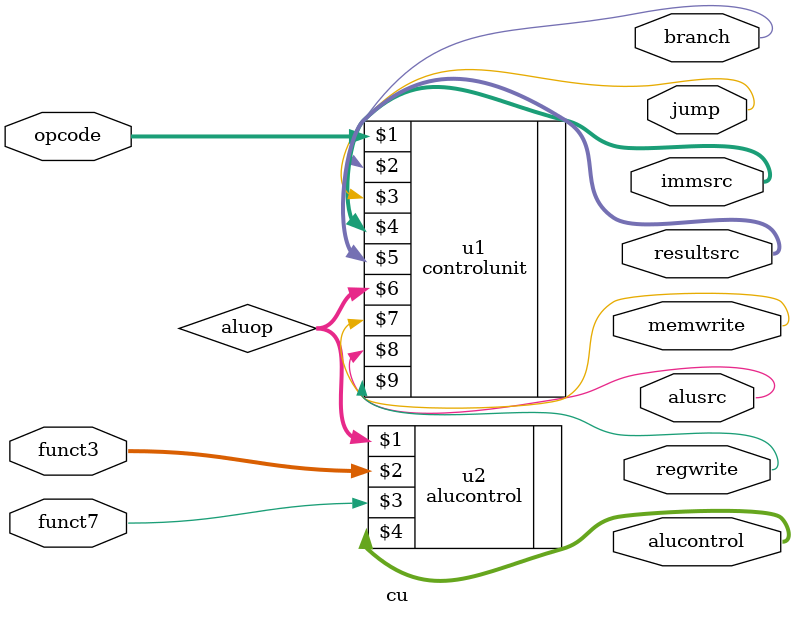
<source format=v>
module cu(opcode,funct3,funct7,alusrc,resultsrc,immsrc,regwrite,memwrite,alucontrol,branch, jump);
input [6:0] opcode;
input funct7;
input [2:0] funct3;
output [2:0] alucontrol;
output [1:0] immsrc,resultsrc;
output memwrite,alusrc,regwrite;
output branch,jump;
wire [1:0] aluop;

controlunit u1(opcode,branch,jump,immsrc,resultsrc,aluop,memwrite,alusrc,regwrite);
alucontrol u2(aluop,funct3,funct7,alucontrol);
endmodule
</source>
